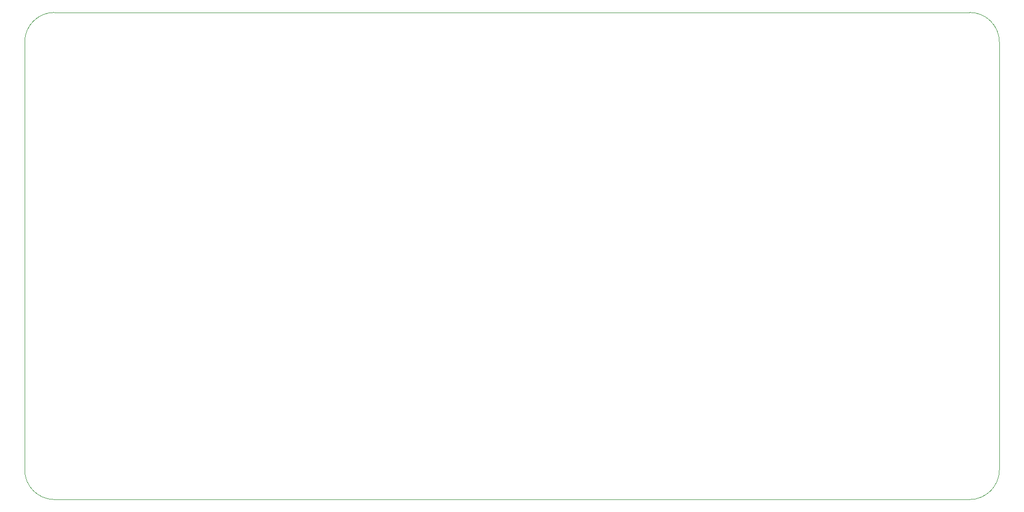
<source format=gbr>
%TF.GenerationSoftware,KiCad,Pcbnew,(6.0.6)*%
%TF.CreationDate,2022-10-28T22:11:27+02:00*%
%TF.ProjectId,nixieboi,6e697869-6562-46f6-992e-6b696361645f,rev?*%
%TF.SameCoordinates,Original*%
%TF.FileFunction,Profile,NP*%
%FSLAX46Y46*%
G04 Gerber Fmt 4.6, Leading zero omitted, Abs format (unit mm)*
G04 Created by KiCad (PCBNEW (6.0.6)) date 2022-10-28 22:11:27*
%MOMM*%
%LPD*%
G01*
G04 APERTURE LIST*
%TA.AperFunction,Profile*%
%ADD10C,0.100000*%
%TD*%
G04 APERTURE END LIST*
D10*
X154000000Y5000000D02*
X0Y5000000D01*
X0Y-77000000D02*
X154000000Y-77000000D01*
X-5000000Y-72000000D02*
G75*
G03*
X0Y-77000000I5000000J0D01*
G01*
X159000000Y0D02*
G75*
G03*
X154000000Y5000000I-5000000J0D01*
G01*
X0Y5000000D02*
G75*
G03*
X-5000000Y0I0J-5000000D01*
G01*
X-5000000Y0D02*
X-5000000Y-72000000D01*
X154000000Y-77000000D02*
G75*
G03*
X159000000Y-72000000I0J5000000D01*
G01*
X159000000Y-72000000D02*
X159000000Y0D01*
M02*

</source>
